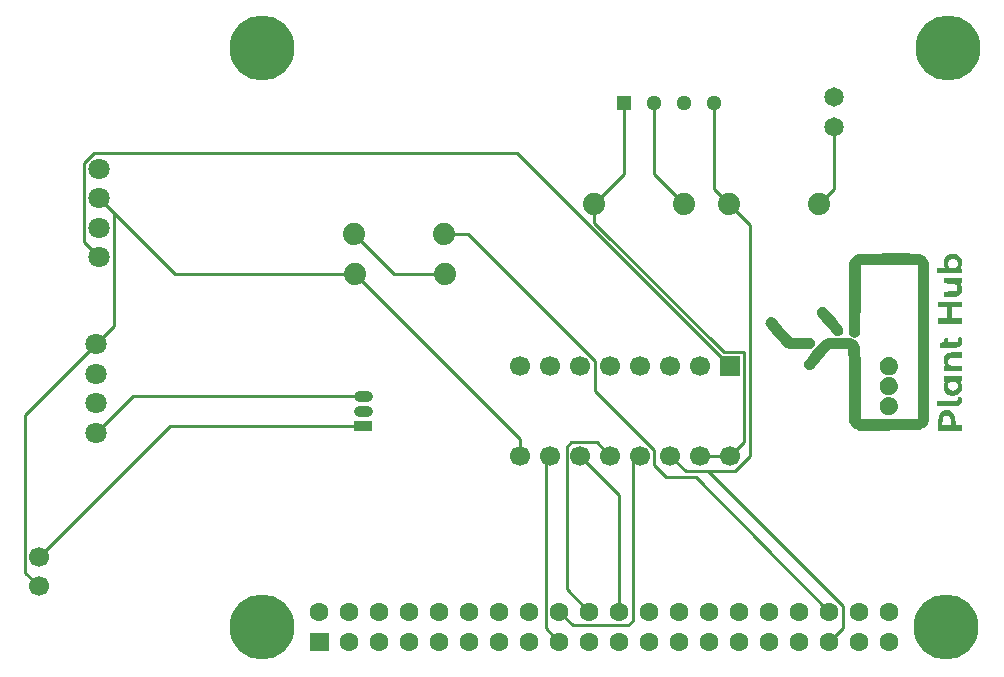
<source format=gtl>
G04 Layer: TopLayer*
G04 EasyEDA v6.4.25, 2021-11-13T19:12:50+01:00*
G04 31547cc466d84fccb4009b5d61a499b9,d3ae98efc0754b289f344a683f097ee4,10*
G04 Gerber Generator version 0.2*
G04 Scale: 100 percent, Rotated: No, Reflected: No *
G04 Dimensions in millimeters *
G04 leading zeros omitted , absolute positions ,4 integer and 5 decimal *
%FSLAX45Y45*%
%MOMM*%

%ADD10C,0.2540*%
%ADD11C,1.8000*%
%ADD12C,1.6510*%
%ADD13C,1.6000*%
%ADD15C,1.7000*%
%ADD16C,1.8796*%
%ADD17R,1.6000X0.9000*%
%ADD18R,1.2954X1.2954*%
%ADD19C,1.2954*%
%ADD20R,1.7000X1.7000*%
%ADD21C,5.5000*%
%ADD22C,0.9000*%

%LPD*%
G36*
X7731912Y3518611D02*
G01*
X7648854Y3518255D01*
X7539532Y3517392D01*
X7462875Y3516223D01*
X7436103Y3515512D01*
X7415682Y3514547D01*
X7400594Y3513429D01*
X7389774Y3512007D01*
X7382256Y3510330D01*
X7377023Y3508248D01*
X7370521Y3504437D01*
X7364933Y3500526D01*
X7359294Y3496106D01*
X7353706Y3491280D01*
X7348270Y3486150D01*
X7342987Y3480765D01*
X7338009Y3475278D01*
X7333437Y3469690D01*
X7329322Y3464204D01*
X7325817Y3458870D01*
X7322921Y3453739D01*
X7320584Y3448253D01*
X7319721Y3442817D01*
X7318908Y3433368D01*
X7318197Y3419957D01*
X7316978Y3381248D01*
X7316114Y3326841D01*
X7315504Y3256788D01*
X7315250Y3171240D01*
X7315200Y2836214D01*
X7328611Y2822854D01*
X7333386Y2818536D01*
X7338263Y2814777D01*
X7343241Y2811678D01*
X7348270Y2809189D01*
X7353350Y2807360D01*
X7358430Y2806141D01*
X7363510Y2805531D01*
X7368540Y2805531D01*
X7373467Y2806192D01*
X7378293Y2807411D01*
X7382967Y2809290D01*
X7387488Y2811780D01*
X7391857Y2814828D01*
X7395921Y2818536D01*
X7399781Y2822854D01*
X7403388Y2827731D01*
X7405420Y2831388D01*
X7406741Y2834894D01*
X7408265Y2841142D01*
X7409535Y2850032D01*
X7410602Y2862376D01*
X7411466Y2878988D01*
X7412177Y2900680D01*
X7413193Y2962605D01*
X7413955Y3054756D01*
X7415885Y3419094D01*
X7895945Y3419094D01*
X7895945Y2118918D01*
X7415530Y2118918D01*
X7415275Y2492705D01*
X7414768Y2563063D01*
X7413904Y2622245D01*
X7412837Y2668524D01*
X7411516Y2700020D01*
X7410348Y2712923D01*
X7408875Y2720187D01*
X7405725Y2731719D01*
X7401763Y2742336D01*
X7399426Y2747365D01*
X7396886Y2752191D01*
X7394143Y2756814D01*
X7391146Y2761284D01*
X7387945Y2765552D01*
X7380833Y2773629D01*
X7372705Y2781046D01*
X7368286Y2784551D01*
X7361021Y2789631D01*
X7356094Y2792628D01*
X7350963Y2795066D01*
X7345019Y2796946D01*
X7337552Y2798419D01*
X7327950Y2799588D01*
X7315555Y2800400D01*
X7299706Y2801061D01*
X7214463Y2802737D01*
X7184999Y2803042D01*
X7160869Y2802534D01*
X7150455Y2801823D01*
X7140956Y2800705D01*
X7132269Y2799181D01*
X7124192Y2797098D01*
X7116622Y2794457D01*
X7109409Y2791206D01*
X7102449Y2787243D01*
X7095591Y2782519D01*
X7088682Y2776931D01*
X7081621Y2770479D01*
X7074204Y2763113D01*
X7066330Y2754680D01*
X7048703Y2734564D01*
X7004964Y2682798D01*
X6966508Y2636621D01*
X6953046Y2620060D01*
X6945071Y2609900D01*
X6941159Y2603703D01*
X6938772Y2598521D01*
X6936994Y2593238D01*
X6935825Y2587802D01*
X6935266Y2582316D01*
X6935317Y2576830D01*
X6935978Y2571394D01*
X6937197Y2566162D01*
X6938975Y2561132D01*
X6941362Y2556357D01*
X6944309Y2551938D01*
X6947865Y2547874D01*
X6954215Y2542235D01*
X6960768Y2537714D01*
X6967474Y2534361D01*
X6974281Y2532227D01*
X6981190Y2531262D01*
X6988048Y2531516D01*
X6994956Y2532938D01*
X7001814Y2535580D01*
X7005116Y2537815D01*
X7009993Y2541981D01*
X7016292Y2547975D01*
X7028027Y2559862D01*
X7047026Y2580284D01*
X7068616Y2604465D01*
X7154672Y2705811D01*
X7262520Y2707741D01*
X7299858Y2707843D01*
X7308037Y2707640D01*
X7311085Y2707284D01*
X7311542Y2695854D01*
X7312761Y2615692D01*
X7314285Y2479294D01*
X7317841Y2089200D01*
X7332776Y2066747D01*
X7336840Y2061006D01*
X7341108Y2055774D01*
X7345781Y2050999D01*
X7350759Y2046528D01*
X7356195Y2042414D01*
X7362139Y2038553D01*
X7368641Y2034895D01*
X7375804Y2031441D01*
X7403896Y2018588D01*
X7920532Y2021535D01*
X7946085Y2037334D01*
X7952181Y2041347D01*
X7957972Y2045665D01*
X7963306Y2050186D01*
X7968284Y2055012D01*
X7972856Y2059990D01*
X7976971Y2065274D01*
X7980680Y2070709D01*
X7983931Y2076297D01*
X7996224Y2099513D01*
X7995970Y3071571D01*
X7995513Y3237230D01*
X7994650Y3339541D01*
X7993989Y3374796D01*
X7993176Y3401415D01*
X7992160Y3420821D01*
X7990941Y3434384D01*
X7989519Y3443579D01*
X7988046Y3449116D01*
X7987131Y3451606D01*
X7983626Y3458972D01*
X7980527Y3464407D01*
X7977124Y3469640D01*
X7973415Y3474618D01*
X7969402Y3479393D01*
X7965135Y3483965D01*
X7960614Y3488232D01*
X7955889Y3492246D01*
X7950911Y3496005D01*
X7945678Y3499510D01*
X7940294Y3502660D01*
X7934706Y3505555D01*
X7928965Y3508095D01*
X7923022Y3510330D01*
X7916976Y3512210D01*
X7909356Y3514039D01*
X7901635Y3515106D01*
X7890713Y3516020D01*
X7876438Y3516782D01*
X7858658Y3517442D01*
X7812125Y3518306D01*
G37*
G36*
X8192414Y3515614D02*
G01*
X8187283Y3515309D01*
X8182102Y3514699D01*
X8176920Y3513785D01*
X8171738Y3512515D01*
X8166557Y3510889D01*
X8161426Y3508908D01*
X8156295Y3506571D01*
X8151164Y3503879D01*
X8146135Y3500780D01*
X8142376Y3498037D01*
X8138871Y3494836D01*
X8135569Y3491229D01*
X8132572Y3487267D01*
X8129828Y3482949D01*
X8127339Y3478377D01*
X8125155Y3473500D01*
X8123224Y3468420D01*
X8121599Y3463137D01*
X8120278Y3457701D01*
X8119262Y3452114D01*
X8118551Y3446475D01*
X8118195Y3440734D01*
X8118144Y3434994D01*
X8118363Y3430879D01*
X8153653Y3430879D01*
X8153704Y3435858D01*
X8154314Y3440633D01*
X8155482Y3445256D01*
X8157209Y3449624D01*
X8159496Y3453637D01*
X8162290Y3457346D01*
X8165541Y3460597D01*
X8169351Y3463442D01*
X8173618Y3465728D01*
X8181238Y3468725D01*
X8188553Y3470605D01*
X8195614Y3471367D01*
X8202371Y3471062D01*
X8208772Y3469640D01*
X8214918Y3467100D01*
X8220659Y3463493D01*
X8226094Y3458819D01*
X8229853Y3454654D01*
X8232851Y3450336D01*
X8235137Y3445967D01*
X8236762Y3441547D01*
X8237778Y3437128D01*
X8238134Y3432708D01*
X8237880Y3428339D01*
X8237118Y3424072D01*
X8235848Y3419957D01*
X8234019Y3415944D01*
X8231733Y3412185D01*
X8229041Y3408629D01*
X8225942Y3405327D01*
X8222437Y3402329D01*
X8218576Y3399637D01*
X8214410Y3397351D01*
X8209940Y3395421D01*
X8205216Y3393948D01*
X8200237Y3392932D01*
X8195056Y3392474D01*
X8189722Y3392474D01*
X8184235Y3393084D01*
X8178647Y3394303D01*
X8172907Y3396183D01*
X8168944Y3398774D01*
X8164626Y3403295D01*
X8160562Y3409086D01*
X8157260Y3415537D01*
X8155431Y3420668D01*
X8154212Y3425799D01*
X8153653Y3430879D01*
X8118363Y3430879D01*
X8119059Y3423564D01*
X8120075Y3417976D01*
X8121396Y3412490D01*
X8123123Y3407156D01*
X8126222Y3399180D01*
X8126374Y3397046D01*
X8125358Y3395421D01*
X8122970Y3394252D01*
X8118906Y3393490D01*
X8112963Y3393033D01*
X8094472Y3392779D01*
X8059572Y3392779D01*
X8059572Y3350666D01*
X8270748Y3350666D01*
X8270748Y3371697D01*
X8270341Y3379876D01*
X8269325Y3386582D01*
X8267750Y3391103D01*
X8265871Y3392779D01*
X8264652Y3394405D01*
X8264855Y3398824D01*
X8266430Y3405428D01*
X8271103Y3418738D01*
X8272576Y3424021D01*
X8273643Y3429254D01*
X8274354Y3434384D01*
X8274710Y3439414D01*
X8274659Y3444392D01*
X8274303Y3449269D01*
X8273542Y3454044D01*
X8272525Y3458718D01*
X8271154Y3463239D01*
X8269528Y3467658D01*
X8267598Y3471926D01*
X8265363Y3476091D01*
X8262924Y3480054D01*
X8257235Y3487521D01*
X8254034Y3490976D01*
X8247024Y3497326D01*
X8239252Y3502812D01*
X8235086Y3505250D01*
X8226399Y3509416D01*
X8217153Y3512565D01*
X8212328Y3513734D01*
X8207451Y3514648D01*
X8202523Y3515258D01*
X8197494Y3515563D01*
G37*
G36*
X8270748Y3308807D02*
G01*
X8120278Y3305911D01*
X8120278Y3263798D01*
X8179663Y3261766D01*
X8190077Y3261106D01*
X8198916Y3260242D01*
X8206384Y3259124D01*
X8212480Y3257803D01*
X8217458Y3256229D01*
X8221370Y3254400D01*
X8224367Y3252215D01*
X8228075Y3247644D01*
X8230819Y3241700D01*
X8232648Y3234842D01*
X8233562Y3227578D01*
X8233409Y3220364D01*
X8232292Y3213760D01*
X8230108Y3208172D01*
X8226907Y3204108D01*
X8224520Y3202940D01*
X8220303Y3201771D01*
X8214512Y3200654D01*
X8199170Y3198723D01*
X8180324Y3197301D01*
X8120278Y3195370D01*
X8116976Y3149447D01*
X8191195Y3151835D01*
X8212175Y3152800D01*
X8220151Y3153410D01*
X8226755Y3154172D01*
X8232190Y3155137D01*
X8236762Y3156407D01*
X8240623Y3157931D01*
X8244078Y3159861D01*
X8247329Y3162249D01*
X8254238Y3168396D01*
X8259013Y3173425D01*
X8263128Y3178759D01*
X8266633Y3184398D01*
X8269427Y3190341D01*
X8271662Y3196437D01*
X8273186Y3202787D01*
X8274050Y3209290D01*
X8274253Y3215944D01*
X8273745Y3222701D01*
X8272576Y3229559D01*
X8270748Y3236417D01*
X8264956Y3252114D01*
X8263331Y3258820D01*
X8263432Y3263341D01*
X8267344Y3267811D01*
X8269122Y3272840D01*
X8270290Y3279851D01*
X8270748Y3288080D01*
G37*
G36*
X8070138Y3108502D02*
G01*
X8070138Y3061157D01*
X8149336Y3061157D01*
X8149336Y2972104D01*
X8072780Y2969006D01*
X8069529Y2924302D01*
X8270748Y2924302D01*
X8270748Y2971647D01*
X8191550Y2971647D01*
X8191550Y3061157D01*
X8270748Y3061157D01*
X8270748Y3108502D01*
G37*
G36*
X7091273Y3066186D02*
G01*
X7085787Y3065932D01*
X7080453Y3065272D01*
X7075373Y3064154D01*
X7070598Y3062630D01*
X7066280Y3060700D01*
X7061555Y3057093D01*
X7056577Y3051454D01*
X7051903Y3044545D01*
X7048195Y3037179D01*
X7043216Y3025394D01*
X7041997Y3021584D01*
X7041591Y3018383D01*
X7041997Y3015284D01*
X7043267Y3011627D01*
X7048246Y3000603D01*
X7050786Y2996133D01*
X7055256Y2989478D01*
X7069074Y2970885D01*
X7087717Y2947416D01*
X7109206Y2921660D01*
X7159752Y2862732D01*
X7171283Y2849880D01*
X7180732Y2839821D01*
X7188453Y2832252D01*
X7194956Y2826766D01*
X7197801Y2824683D01*
X7203033Y2821736D01*
X7207859Y2820060D01*
X7212736Y2819247D01*
X7217968Y2818993D01*
X7227062Y2819349D01*
X7232853Y2820365D01*
X7238288Y2821990D01*
X7243368Y2824175D01*
X7247991Y2826867D01*
X7252208Y2830068D01*
X7256018Y2833725D01*
X7259320Y2837738D01*
X7262164Y2842158D01*
X7264450Y2846832D01*
X7266279Y2851810D01*
X7267549Y2856992D01*
X7268260Y2862326D01*
X7268413Y2867863D01*
X7267956Y2873451D01*
X7266889Y2879090D01*
X7265162Y2884728D01*
X7262825Y2890316D01*
X7259777Y2895803D01*
X7256068Y2901188D01*
X7243978Y2916377D01*
X7226858Y2937357D01*
X7184847Y2987446D01*
X7145426Y3033420D01*
X7131456Y3049219D01*
X7123836Y3057194D01*
X7120585Y3059582D01*
X7116673Y3061614D01*
X7112203Y3063290D01*
X7107326Y3064611D01*
X7102144Y3065526D01*
X7096759Y3066084D01*
G37*
G36*
X6657086Y2980842D02*
G01*
X6651294Y2980436D01*
X6645452Y2979064D01*
X6639306Y2976880D01*
X6633565Y2973984D01*
X6628333Y2970428D01*
X6623608Y2966161D01*
X6619494Y2961436D01*
X6615938Y2956153D01*
X6613093Y2950565D01*
X6610908Y2944672D01*
X6609435Y2938526D01*
X6608775Y2932328D01*
X6608876Y2926029D01*
X6609842Y2919831D01*
X6611670Y2913735D01*
X6613601Y2910179D01*
X6617411Y2904591D01*
X6629755Y2888284D01*
X6647180Y2866745D01*
X6668008Y2841752D01*
X6696557Y2808478D01*
X6719468Y2782366D01*
X6740702Y2758795D01*
X6758686Y2739491D01*
X6765950Y2732074D01*
X6771843Y2726385D01*
X6776110Y2722676D01*
X6779920Y2720289D01*
X6784695Y2717952D01*
X6789978Y2716022D01*
X6796278Y2714396D01*
X6803948Y2713126D01*
X6813448Y2712110D01*
X6825284Y2711297D01*
X6857542Y2710078D01*
X6905142Y2709113D01*
X6949287Y2708859D01*
X6965035Y2709214D01*
X6977380Y2709926D01*
X6986930Y2711043D01*
X6994347Y2712618D01*
X7000240Y2714650D01*
X7002780Y2715869D01*
X7007453Y2718714D01*
X7011720Y2722168D01*
X7015530Y2726182D01*
X7018934Y2730703D01*
X7021830Y2735529D01*
X7024166Y2740710D01*
X7025995Y2746095D01*
X7027164Y2751531D01*
X7027722Y2757068D01*
X7027672Y2762554D01*
X7026859Y2767838D01*
X7025335Y2772968D01*
X7022134Y2780385D01*
X7020356Y2783636D01*
X7018375Y2786532D01*
X7016140Y2789123D01*
X7013600Y2791460D01*
X7010704Y2793492D01*
X7007352Y2795320D01*
X7003542Y2796895D01*
X6999173Y2798267D01*
X6994194Y2799384D01*
X6988606Y2800350D01*
X6975144Y2801823D01*
X6958380Y2802686D01*
X6937806Y2803093D01*
X6829856Y2803194D01*
X6752640Y2895600D01*
X6725158Y2927654D01*
X6713626Y2940456D01*
X6703415Y2951226D01*
X6694322Y2960116D01*
X6686194Y2967278D01*
X6678828Y2972765D01*
X6675424Y2974949D01*
X6668973Y2978200D01*
X6665874Y2979318D01*
X6662877Y2980131D01*
G37*
G36*
X8259114Y2810510D02*
G01*
X8251088Y2808224D01*
X8243722Y2804922D01*
X8239201Y2800756D01*
X8236966Y2794762D01*
X8236407Y2786024D01*
X8236458Y2769006D01*
X8154619Y2765907D01*
X8154619Y2784551D01*
X8154162Y2794762D01*
X8152180Y2800350D01*
X8147405Y2802737D01*
X8138769Y2803194D01*
X8130184Y2802737D01*
X8125409Y2800400D01*
X8123377Y2794965D01*
X8122462Y2775254D01*
X8120227Y2769616D01*
X8115096Y2766771D01*
X8100415Y2764790D01*
X8096250Y2763926D01*
X8093151Y2762656D01*
X8090916Y2760675D01*
X8089341Y2757779D01*
X8088325Y2753766D01*
X8087563Y2748381D01*
X8085378Y2718968D01*
X8165287Y2719070D01*
X8187131Y2719425D01*
X8205622Y2720187D01*
X8220964Y2721508D01*
X8227618Y2722372D01*
X8233562Y2723388D01*
X8238947Y2724607D01*
X8243773Y2725978D01*
X8248091Y2727553D01*
X8251901Y2729280D01*
X8255253Y2731262D01*
X8258251Y2733446D01*
X8260842Y2735884D01*
X8263128Y2738577D01*
X8265159Y2741472D01*
X8266938Y2744673D01*
X8268512Y2748127D01*
X8271459Y2755646D01*
X8273592Y2762554D01*
X8275015Y2768955D01*
X8275624Y2775102D01*
X8275574Y2781147D01*
X8274761Y2787192D01*
X8273186Y2793441D01*
X8270951Y2800045D01*
X8267801Y2806954D01*
X8264296Y2810256D01*
G37*
G36*
X8220405Y2682138D02*
G01*
X8200796Y2681782D01*
X8183930Y2680716D01*
X8176463Y2679852D01*
X8169605Y2678785D01*
X8163306Y2677515D01*
X8157565Y2675991D01*
X8152333Y2674213D01*
X8147507Y2672181D01*
X8143138Y2669895D01*
X8139175Y2667304D01*
X8135569Y2664460D01*
X8132318Y2661310D01*
X8129371Y2657856D01*
X8126628Y2654096D01*
X8124037Y2649270D01*
X8121853Y2643530D01*
X8120176Y2637078D01*
X8118906Y2630170D01*
X8118144Y2622905D01*
X8117840Y2615488D01*
X8117992Y2608072D01*
X8118602Y2600909D01*
X8119719Y2594152D01*
X8121294Y2587955D01*
X8123326Y2582519D01*
X8125866Y2578049D01*
X8130031Y2571750D01*
X8131454Y2568194D01*
X8130031Y2566670D01*
X8125866Y2566314D01*
X8122005Y2565247D01*
X8119465Y2561640D01*
X8118094Y2555138D01*
X8117636Y2545283D01*
X8117636Y2524201D01*
X8270748Y2524201D01*
X8270748Y2566314D01*
X8218119Y2566466D01*
X8208924Y2566771D01*
X8200593Y2567330D01*
X8193074Y2568143D01*
X8186318Y2569260D01*
X8180324Y2570632D01*
X8175091Y2572308D01*
X8170468Y2574290D01*
X8166557Y2576626D01*
X8163255Y2579319D01*
X8160512Y2582367D01*
X8158378Y2585821D01*
X8156752Y2589631D01*
X8155584Y2593898D01*
X8154924Y2598572D01*
X8154670Y2603703D01*
X8154822Y2608072D01*
X8155330Y2612085D01*
X8156244Y2615692D01*
X8157616Y2618943D01*
X8159496Y2621788D01*
X8161832Y2624328D01*
X8164779Y2626563D01*
X8168284Y2628442D01*
X8172450Y2630068D01*
X8177275Y2631440D01*
X8182762Y2632506D01*
X8189061Y2633370D01*
X8196122Y2634030D01*
X8212683Y2634691D01*
X8270748Y2634792D01*
X8270748Y2682138D01*
G37*
G36*
X7653629Y2642260D02*
G01*
X7647482Y2642108D01*
X7641539Y2641498D01*
X7635748Y2640431D01*
X7630109Y2638907D01*
X7624673Y2636977D01*
X7619492Y2634691D01*
X7614462Y2631998D01*
X7609687Y2629001D01*
X7605166Y2625648D01*
X7600899Y2621991D01*
X7596886Y2618079D01*
X7593177Y2613914D01*
X7589723Y2609494D01*
X7586624Y2604871D01*
X7583830Y2600045D01*
X7581392Y2595016D01*
X7579309Y2589885D01*
X7577581Y2584602D01*
X7576210Y2579217D01*
X7575245Y2573731D01*
X7574737Y2568194D01*
X7574584Y2562656D01*
X7574889Y2557018D01*
X7575651Y2551430D01*
X7576820Y2545842D01*
X7578496Y2540355D01*
X7580680Y2534869D01*
X7583373Y2529484D01*
X7586268Y2524556D01*
X7589469Y2519883D01*
X7592974Y2515565D01*
X7596631Y2511501D01*
X7600543Y2507792D01*
X7604658Y2504389D01*
X7608925Y2501290D01*
X7613396Y2498445D01*
X7617968Y2495956D01*
X7622641Y2493772D01*
X7627467Y2491943D01*
X7632344Y2490368D01*
X7637322Y2489098D01*
X7642301Y2488184D01*
X7652410Y2487218D01*
X7657439Y2487218D01*
X7662468Y2487574D01*
X7667447Y2488184D01*
X7672374Y2489149D01*
X7677200Y2490419D01*
X7681925Y2491994D01*
X7686497Y2493873D01*
X7691018Y2496108D01*
X7695336Y2498598D01*
X7699451Y2501493D01*
X7703413Y2504643D01*
X7707172Y2508148D01*
X7710678Y2511958D01*
X7713929Y2516073D01*
X7716926Y2520543D01*
X7719669Y2525318D01*
X7722362Y2531008D01*
X7724597Y2536799D01*
X7726375Y2542590D01*
X7727746Y2548382D01*
X7728610Y2554224D01*
X7729067Y2560015D01*
X7729118Y2565806D01*
X7728762Y2571496D01*
X7728000Y2577134D01*
X7726832Y2582621D01*
X7725359Y2588006D01*
X7723479Y2593289D01*
X7721244Y2598369D01*
X7718704Y2603296D01*
X7715808Y2608021D01*
X7712608Y2612542D01*
X7709103Y2616809D01*
X7705293Y2620822D01*
X7701229Y2624531D01*
X7696860Y2627985D01*
X7692237Y2631084D01*
X7687360Y2633827D01*
X7682280Y2636266D01*
X7676946Y2638298D01*
X7671409Y2639923D01*
X7665669Y2641142D01*
X7659725Y2641955D01*
G37*
G36*
X8117636Y2482138D02*
G01*
X8117636Y2458872D01*
X8118144Y2449677D01*
X8119414Y2441854D01*
X8121345Y2436215D01*
X8123681Y2433624D01*
X8126222Y2432100D01*
X8127085Y2429560D01*
X8126222Y2425801D01*
X8121548Y2415590D01*
X8119922Y2410155D01*
X8118754Y2404110D01*
X8118218Y2399284D01*
X8152841Y2399284D01*
X8153146Y2403957D01*
X8154060Y2408529D01*
X8155635Y2412898D01*
X8157768Y2417064D01*
X8160562Y2420924D01*
X8164017Y2424430D01*
X8168081Y2427528D01*
X8172958Y2430170D01*
X8178241Y2432202D01*
X8183829Y2433523D01*
X8189569Y2434234D01*
X8195462Y2434234D01*
X8201304Y2433675D01*
X8206994Y2432507D01*
X8212480Y2430729D01*
X8217611Y2428392D01*
X8222335Y2425496D01*
X8226501Y2422042D01*
X8230006Y2418080D01*
X8232698Y2413914D01*
X8234781Y2409698D01*
X8236203Y2405430D01*
X8237016Y2401112D01*
X8237270Y2396845D01*
X8237016Y2392578D01*
X8236254Y2388412D01*
X8234984Y2384399D01*
X8233308Y2380488D01*
X8231174Y2376728D01*
X8228685Y2373223D01*
X8225891Y2369972D01*
X8222742Y2366975D01*
X8219287Y2364282D01*
X8215630Y2361946D01*
X8211718Y2360015D01*
X8207603Y2358440D01*
X8203336Y2357323D01*
X8198967Y2356662D01*
X8194446Y2356561D01*
X8189925Y2356967D01*
X8185302Y2357932D01*
X8180730Y2359507D01*
X8176158Y2361692D01*
X8171332Y2364790D01*
X8167065Y2368296D01*
X8163306Y2372106D01*
X8160105Y2376271D01*
X8157514Y2380640D01*
X8155482Y2385161D01*
X8154009Y2389835D01*
X8153095Y2394559D01*
X8152841Y2399284D01*
X8118218Y2399284D01*
X8117789Y2391003D01*
X8117992Y2384094D01*
X8118602Y2377186D01*
X8119668Y2370378D01*
X8121142Y2363825D01*
X8123021Y2357628D01*
X8125307Y2351887D01*
X8128000Y2346807D01*
X8131556Y2341524D01*
X8135518Y2336698D01*
X8139785Y2332329D01*
X8144509Y2328418D01*
X8149539Y2324963D01*
X8154974Y2321966D01*
X8160766Y2319426D01*
X8166912Y2317343D01*
X8173466Y2315768D01*
X8180374Y2314600D01*
X8187639Y2313940D01*
X8195259Y2313686D01*
X8201304Y2313889D01*
X8207197Y2314448D01*
X8212937Y2315413D01*
X8218474Y2316683D01*
X8223859Y2318308D01*
X8228990Y2320290D01*
X8233918Y2322525D01*
X8238591Y2325065D01*
X8243062Y2327910D01*
X8247278Y2330958D01*
X8251240Y2334310D01*
X8254949Y2337866D01*
X8258352Y2341676D01*
X8261451Y2345690D01*
X8264296Y2349855D01*
X8266785Y2354224D01*
X8268970Y2358745D01*
X8270849Y2363419D01*
X8272373Y2368245D01*
X8273542Y2373172D01*
X8274354Y2378202D01*
X8274761Y2383332D01*
X8274812Y2388514D01*
X8274456Y2393746D01*
X8273694Y2399080D01*
X8272576Y2404414D01*
X8270951Y2409748D01*
X8266023Y2423210D01*
X8264448Y2429967D01*
X8264347Y2434894D01*
X8265769Y2437587D01*
X8267700Y2440381D01*
X8269274Y2445816D01*
X8270341Y2453081D01*
X8270748Y2461361D01*
X8270748Y2482138D01*
G37*
G36*
X7652562Y2471572D02*
G01*
X7646568Y2471369D01*
X7640777Y2470708D01*
X7635087Y2469692D01*
X7629652Y2468321D01*
X7624368Y2466543D01*
X7619288Y2464409D01*
X7614462Y2461920D01*
X7609789Y2459177D01*
X7605420Y2456078D01*
X7601254Y2452725D01*
X7597343Y2449118D01*
X7593736Y2445258D01*
X7590383Y2441143D01*
X7587335Y2436825D01*
X7584592Y2432304D01*
X7582153Y2427630D01*
X7580020Y2422804D01*
X7578242Y2417775D01*
X7576820Y2412644D01*
X7575702Y2407412D01*
X7574991Y2402078D01*
X7574686Y2396642D01*
X7574737Y2391156D01*
X7575194Y2385618D01*
X7576108Y2380081D01*
X7577378Y2374493D01*
X7579156Y2368956D01*
X7581341Y2363419D01*
X7584033Y2357983D01*
X7587386Y2352649D01*
X7591247Y2347518D01*
X7595565Y2342540D01*
X7600340Y2337866D01*
X7605471Y2333447D01*
X7610906Y2329434D01*
X7616545Y2325827D01*
X7622336Y2322728D01*
X7628178Y2320086D01*
X7634122Y2318054D01*
X7639964Y2316632D01*
X7645349Y2315819D01*
X7650429Y2315514D01*
X7655407Y2315667D01*
X7660436Y2316378D01*
X7665618Y2317648D01*
X7671155Y2319528D01*
X7677150Y2322017D01*
X7683804Y2325166D01*
X7689138Y2328011D01*
X7694168Y2331059D01*
X7698841Y2334361D01*
X7703159Y2337866D01*
X7707172Y2341575D01*
X7710881Y2345436D01*
X7714234Y2349550D01*
X7717231Y2353868D01*
X7719923Y2358339D01*
X7722260Y2363012D01*
X7724190Y2367889D01*
X7725816Y2372918D01*
X7727086Y2378100D01*
X7728000Y2383434D01*
X7728559Y2388971D01*
X7728712Y2394610D01*
X7728508Y2401316D01*
X7727797Y2407767D01*
X7726629Y2414016D01*
X7725105Y2420010D01*
X7723124Y2425750D01*
X7720736Y2431237D01*
X7717942Y2436368D01*
X7714792Y2441244D01*
X7711287Y2445816D01*
X7707426Y2450084D01*
X7703210Y2453995D01*
X7698689Y2457500D01*
X7693863Y2460701D01*
X7688783Y2463495D01*
X7683347Y2465882D01*
X7677658Y2467914D01*
X7671765Y2469489D01*
X7665567Y2470607D01*
X7659166Y2471318D01*
G37*
G36*
X8255203Y2303170D02*
G01*
X8247583Y2302510D01*
X8242604Y2300122D01*
X8239404Y2295347D01*
X8237220Y2287371D01*
X8234070Y2271572D01*
X8059572Y2271572D01*
X8059572Y2250338D01*
X8060080Y2241042D01*
X8061553Y2233828D01*
X8063941Y2228850D01*
X8067243Y2226208D01*
X8070494Y2225649D01*
X8085988Y2224836D01*
X8110829Y2224532D01*
X8142122Y2224735D01*
X8185912Y2225649D01*
X8206536Y2226310D01*
X8222030Y2227173D01*
X8233359Y2228342D01*
X8237778Y2229104D01*
X8241538Y2230018D01*
X8244738Y2231085D01*
X8247532Y2232304D01*
X8250021Y2233726D01*
X8254542Y2237232D01*
X8256879Y2239314D01*
X8261350Y2243988D01*
X8265210Y2248966D01*
X8268462Y2254148D01*
X8271103Y2259431D01*
X8273135Y2264765D01*
X8274507Y2270099D01*
X8275320Y2275281D01*
X8275472Y2280259D01*
X8275066Y2284933D01*
X8274050Y2289302D01*
X8272373Y2293162D01*
X8270138Y2296566D01*
X8267293Y2299309D01*
X8263890Y2301392D01*
X8259825Y2302713D01*
G37*
G36*
X7650124Y2303018D02*
G01*
X7645349Y2302713D01*
X7640624Y2302103D01*
X7635951Y2301240D01*
X7631430Y2300122D01*
X7622641Y2297074D01*
X7614361Y2293010D01*
X7610398Y2290673D01*
X7602981Y2285339D01*
X7596225Y2279192D01*
X7593126Y2275840D01*
X7587589Y2268626D01*
X7585100Y2264765D01*
X7582865Y2260803D01*
X7580884Y2256688D01*
X7579156Y2252472D01*
X7577683Y2248103D01*
X7576464Y2243632D01*
X7575550Y2239060D01*
X7574889Y2234387D01*
X7574534Y2229662D01*
X7574483Y2224836D01*
X7574788Y2219960D01*
X7575397Y2215032D01*
X7576362Y2210054D01*
X7577632Y2205075D01*
X7579309Y2200046D01*
X7581341Y2194966D01*
X7583068Y2191461D01*
X7585405Y2187600D01*
X7591247Y2179472D01*
X7598156Y2171496D01*
X7601712Y2167890D01*
X7605268Y2164689D01*
X7609636Y2161387D01*
X7614259Y2158492D01*
X7619136Y2156053D01*
X7624216Y2154021D01*
X7629499Y2152396D01*
X7634935Y2151126D01*
X7640421Y2150313D01*
X7646060Y2149856D01*
X7651699Y2149805D01*
X7657388Y2150110D01*
X7663078Y2150821D01*
X7668717Y2151837D01*
X7674254Y2153259D01*
X7679690Y2154986D01*
X7685024Y2157120D01*
X7690154Y2159508D01*
X7695082Y2162251D01*
X7699806Y2165350D01*
X7704226Y2168702D01*
X7708341Y2172411D01*
X7712151Y2176373D01*
X7715605Y2180691D01*
X7718653Y2185263D01*
X7721295Y2190089D01*
X7723733Y2195728D01*
X7725664Y2201519D01*
X7727137Y2207463D01*
X7728153Y2213457D01*
X7728762Y2219553D01*
X7728864Y2225598D01*
X7728559Y2231694D01*
X7727848Y2237689D01*
X7726680Y2243632D01*
X7725156Y2249424D01*
X7723225Y2255113D01*
X7720888Y2260600D01*
X7718196Y2265883D01*
X7715148Y2270912D01*
X7711795Y2275636D01*
X7708036Y2280056D01*
X7703972Y2284120D01*
X7699552Y2287828D01*
X7694879Y2291080D01*
X7689850Y2293924D01*
X7684871Y2296261D01*
X7679842Y2298242D01*
X7674813Y2299868D01*
X7669834Y2301138D01*
X7659878Y2302713D01*
X7655001Y2303018D01*
G37*
G36*
X8155990Y2192223D02*
G01*
X8148675Y2192020D01*
X8134299Y2190800D01*
X8124342Y2188972D01*
X8119719Y2187752D01*
X8115350Y2186228D01*
X8111185Y2184501D01*
X8107222Y2182469D01*
X8103514Y2180183D01*
X8100059Y2177643D01*
X8096758Y2174798D01*
X8093709Y2171649D01*
X8090865Y2168245D01*
X8088223Y2164537D01*
X8085785Y2160473D01*
X8083499Y2156155D01*
X8081467Y2151481D01*
X8077860Y2141118D01*
X8076336Y2135428D01*
X8073847Y2122982D01*
X8072018Y2109114D01*
X8070850Y2093671D01*
X8070240Y2076704D01*
X8070188Y2066289D01*
X8107070Y2066289D01*
X8107070Y2086559D01*
X8107527Y2095703D01*
X8108797Y2105710D01*
X8110626Y2115362D01*
X8112912Y2123440D01*
X8115706Y2129637D01*
X8119364Y2134870D01*
X8123834Y2138984D01*
X8129066Y2142083D01*
X8135010Y2144064D01*
X8141665Y2144928D01*
X8148878Y2144623D01*
X8156702Y2143201D01*
X8160258Y2141880D01*
X8163610Y2139848D01*
X8166709Y2137105D01*
X8169554Y2133650D01*
X8172094Y2129637D01*
X8174380Y2124964D01*
X8176310Y2119731D01*
X8177987Y2113991D01*
X8179257Y2107793D01*
X8180222Y2101088D01*
X8180781Y2094026D01*
X8180984Y2086559D01*
X8180984Y2066289D01*
X8070188Y2066289D01*
X8070138Y2018893D01*
X8270748Y2018893D01*
X8270748Y2066289D01*
X8217966Y2066289D01*
X8217814Y2097735D01*
X8217509Y2104948D01*
X8216087Y2118512D01*
X8215020Y2124862D01*
X8213699Y2130958D01*
X8212175Y2136800D01*
X8210397Y2142337D01*
X8208365Y2147620D01*
X8206130Y2152650D01*
X8203641Y2157425D01*
X8200898Y2161895D01*
X8197900Y2166162D01*
X8194649Y2170176D01*
X8191195Y2173884D01*
X8187436Y2177389D01*
X8181543Y2182418D01*
X8176514Y2186228D01*
X8171840Y2188972D01*
X8167116Y2190851D01*
X8161985Y2191867D01*
G37*
D10*
X3136900Y3340100D02*
G01*
X4533900Y1943100D01*
X4533900Y1804390D01*
X3124200Y3683000D02*
G01*
X3467100Y3340100D01*
X3898900Y3340100D01*
X965200Y3985895D02*
G01*
X1092200Y3858895D01*
X1092200Y2902330D01*
X939800Y2749930D01*
X965200Y3985895D02*
G01*
X1610995Y3340100D01*
X3136900Y3340100D01*
X6299200Y3937000D02*
G01*
X6477000Y3759200D01*
X6477000Y1803400D01*
X6350000Y1676400D01*
X6119380Y1676400D01*
X5803900Y1804390D02*
G01*
X5931890Y1676400D01*
X6119380Y1676400D01*
X7264400Y531380D01*
X7264400Y342900D01*
X7150100Y228600D01*
X5156200Y3937000D02*
G01*
X5156200Y3777843D01*
X6254343Y2679700D01*
X6426200Y2679700D01*
X6426200Y1918690D01*
X6311900Y1804390D01*
X4787900Y1804390D02*
G01*
X4749800Y1766290D01*
X4749800Y342900D01*
X4864100Y228600D01*
X965200Y3485769D02*
G01*
X838200Y3612769D01*
X838200Y4279900D01*
X927100Y4368800D01*
X4507509Y4368800D01*
X6311900Y2564409D01*
X5295900Y1804390D02*
G01*
X5182590Y1917700D01*
X4965700Y1917700D01*
X4927600Y1879600D01*
X4927600Y673100D01*
X5118100Y482600D01*
X5549900Y1804390D02*
G01*
X5486400Y1740890D01*
X5486400Y406400D01*
X5448300Y368300D01*
X4978400Y368300D01*
X4864100Y482600D01*
X3886200Y3683000D02*
G01*
X4089400Y3683000D01*
X5168900Y2603500D01*
X5168900Y2349500D01*
X5664200Y1854200D01*
X5664200Y1727200D01*
X5765800Y1625600D01*
X6019800Y1625600D01*
X7150100Y482600D01*
X457200Y700498D02*
G01*
X342900Y814798D01*
X342900Y2153030D01*
X939800Y2749930D01*
X5372100Y482600D02*
G01*
X5372100Y1474190D01*
X5041900Y1804390D01*
X6057900Y1804390D02*
G01*
X6311900Y1804390D01*
X939800Y1999869D02*
G01*
X1251330Y2311400D01*
X3200400Y2311400D01*
X3200400Y2057400D02*
G01*
X1564088Y2057400D01*
X457200Y950511D01*
X5410200Y4795235D02*
G01*
X5410200Y4191000D01*
X5156200Y3937000D01*
X5664200Y4795235D02*
G01*
X5664200Y4191000D01*
X5918200Y3937000D01*
X7188200Y4584700D02*
G01*
X7188200Y4064000D01*
X7061200Y3937000D01*
X6172200Y4795235D02*
G01*
X6172200Y4064000D01*
X6299200Y3937000D01*
D11*
G01*
X939800Y1999869D03*
G01*
X939800Y2250059D03*
G01*
X939800Y2499995D03*
G01*
X939800Y2749930D03*
G01*
X965200Y3485769D03*
G01*
X965200Y3735959D03*
G01*
X965200Y3985895D03*
G01*
X965200Y4235830D03*
D12*
G01*
X7188200Y4838700D03*
G01*
X7188200Y4584700D03*
D13*
G01*
X7658100Y482600D03*
G01*
X7658100Y228600D03*
G01*
X7404100Y482600D03*
G01*
X7404100Y228600D03*
G01*
X7150100Y482600D03*
G01*
X7150100Y228600D03*
G01*
X6896100Y482600D03*
G01*
X6896100Y228600D03*
G01*
X6642100Y482600D03*
G01*
X6642100Y228600D03*
G01*
X6388100Y482600D03*
G01*
X6388100Y228600D03*
G01*
X6134100Y482600D03*
G01*
X6134100Y228600D03*
G01*
X5880100Y482600D03*
G01*
X5880100Y228600D03*
G01*
X5626100Y482600D03*
G01*
X5626100Y228600D03*
G01*
X5372100Y482600D03*
G01*
X5372100Y228600D03*
G01*
X5118100Y482600D03*
G01*
X5118100Y228600D03*
G01*
X4864100Y482600D03*
G01*
X4864100Y228600D03*
G01*
X4610100Y482600D03*
G01*
X4610100Y228600D03*
G01*
X4356100Y482600D03*
G01*
X4356100Y228600D03*
G01*
X4102100Y482600D03*
G01*
X4102100Y228600D03*
G01*
X3848100Y482600D03*
G01*
X3848100Y228600D03*
G01*
X3594100Y482600D03*
G01*
X3594100Y228600D03*
G01*
X3340100Y482600D03*
G01*
X3340100Y228600D03*
G01*
X3086100Y482600D03*
G01*
X3086100Y228600D03*
G01*
X2832100Y482600D03*
G36*
X2752100Y308599D02*
G01*
X2912099Y308599D01*
X2912099Y148600D01*
X2752100Y148600D01*
G37*
D15*
G01*
X457200Y700498D03*
G01*
X457200Y950511D03*
D16*
G01*
X5156200Y3937000D03*
G01*
X5918200Y3937000D03*
G01*
X3136900Y3340100D03*
G01*
X3898900Y3340100D03*
G01*
X3124200Y3683000D03*
G01*
X3886200Y3683000D03*
G01*
X6299200Y3937000D03*
G01*
X7061200Y3937000D03*
D17*
G01*
X3200400Y2057400D03*
D18*
G01*
X5410200Y4795235D03*
D19*
G01*
X5664200Y4795235D03*
G01*
X5918200Y4795235D03*
G01*
X6172200Y4795235D03*
D20*
G01*
X6311900Y2564409D03*
D15*
G01*
X6057900Y2564409D03*
G01*
X4787900Y2564409D03*
G01*
X4533900Y2564409D03*
G01*
X5803900Y2564409D03*
G01*
X5549900Y2564409D03*
G01*
X5041900Y2564409D03*
G01*
X5295900Y2564409D03*
G01*
X4533900Y1804390D03*
G01*
X4787900Y1804390D03*
G01*
X5041900Y1804390D03*
G01*
X5295900Y1804390D03*
G01*
X5549900Y1804390D03*
G01*
X5803900Y1804390D03*
G01*
X6057900Y1804390D03*
G01*
X6311900Y1804390D03*
D21*
G01*
X2349500Y5257800D03*
G01*
X8153400Y5257800D03*
G01*
X8140700Y355600D03*
G01*
X2349500Y355600D03*
D22*
X3165401Y2184400D02*
G01*
X3235401Y2184400D01*
X3165401Y2311400D02*
G01*
X3235401Y2311400D01*
M02*

</source>
